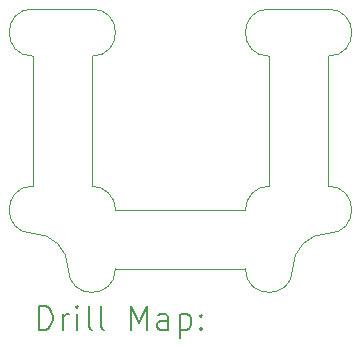
<source format=gbr>
%FSLAX45Y45*%
G04 Gerber Fmt 4.5, Leading zero omitted, Abs format (unit mm)*
G04 Created by KiCad (PCBNEW 6.0.1-79c1e3a40b~116~ubuntu20.04.1) date 2022-01-30 13:40:52*
%MOMM*%
%LPD*%
G01*
G04 APERTURE LIST*
%TA.AperFunction,Profile*%
%ADD10C,0.100000*%
%TD*%
%ADD11C,0.200000*%
G04 APERTURE END LIST*
D10*
X14500000Y-8700000D02*
G75*
G03*
X14500000Y-8300000I0J200000D01*
G01*
X14000000Y-8300000D02*
G75*
G03*
X14000000Y-8700000I0J-200000D01*
G01*
X14500000Y-10200000D02*
G75*
G03*
X14200000Y-10500000I0J-300000D01*
G01*
X13800000Y-10500000D02*
G75*
G03*
X14200000Y-10500000I200000J0D01*
G01*
X14500000Y-10200000D02*
G75*
G03*
X14500000Y-9800000I0J200000D01*
G01*
X14000000Y-9800000D02*
G75*
G03*
X13800000Y-10000000I0J-200000D01*
G01*
X12700000Y-10000000D02*
G75*
G03*
X12500000Y-9800000I-200000J0D01*
G01*
X12300000Y-10500000D02*
G75*
G03*
X12000000Y-10200000I-300000J0D01*
G01*
X12300000Y-10500000D02*
G75*
G03*
X12700000Y-10500000I200000J0D01*
G01*
X12000000Y-9800000D02*
G75*
G03*
X12000000Y-10200000I0J-200000D01*
G01*
X12500000Y-8700000D02*
G75*
G03*
X12500000Y-8300000I0J200000D01*
G01*
X12000000Y-8300000D02*
G75*
G03*
X12000000Y-8700000I0J-200000D01*
G01*
X12700000Y-10000000D02*
X13800000Y-10000000D01*
X12500000Y-8700000D02*
X12500000Y-9800000D01*
X14000000Y-8700000D02*
X14000000Y-9800000D01*
X14500000Y-8700000D02*
X14500000Y-9800000D01*
X12700000Y-10500000D02*
X13800000Y-10500000D01*
X12000000Y-8700000D02*
X12000000Y-9800000D01*
X14000000Y-8300000D02*
X14500000Y-8300000D01*
X12000000Y-8300000D02*
X12500000Y-8300000D01*
D11*
X12052619Y-11015476D02*
X12052619Y-10815476D01*
X12100238Y-10815476D01*
X12128809Y-10825000D01*
X12147857Y-10844048D01*
X12157381Y-10863095D01*
X12166905Y-10901190D01*
X12166905Y-10929762D01*
X12157381Y-10967857D01*
X12147857Y-10986905D01*
X12128809Y-11005952D01*
X12100238Y-11015476D01*
X12052619Y-11015476D01*
X12252619Y-11015476D02*
X12252619Y-10882143D01*
X12252619Y-10920238D02*
X12262143Y-10901190D01*
X12271667Y-10891667D01*
X12290714Y-10882143D01*
X12309762Y-10882143D01*
X12376428Y-11015476D02*
X12376428Y-10882143D01*
X12376428Y-10815476D02*
X12366905Y-10825000D01*
X12376428Y-10834524D01*
X12385952Y-10825000D01*
X12376428Y-10815476D01*
X12376428Y-10834524D01*
X12500238Y-11015476D02*
X12481190Y-11005952D01*
X12471667Y-10986905D01*
X12471667Y-10815476D01*
X12605000Y-11015476D02*
X12585952Y-11005952D01*
X12576428Y-10986905D01*
X12576428Y-10815476D01*
X12833571Y-11015476D02*
X12833571Y-10815476D01*
X12900238Y-10958333D01*
X12966905Y-10815476D01*
X12966905Y-11015476D01*
X13147857Y-11015476D02*
X13147857Y-10910714D01*
X13138333Y-10891667D01*
X13119286Y-10882143D01*
X13081190Y-10882143D01*
X13062143Y-10891667D01*
X13147857Y-11005952D02*
X13128809Y-11015476D01*
X13081190Y-11015476D01*
X13062143Y-11005952D01*
X13052619Y-10986905D01*
X13052619Y-10967857D01*
X13062143Y-10948810D01*
X13081190Y-10939286D01*
X13128809Y-10939286D01*
X13147857Y-10929762D01*
X13243095Y-10882143D02*
X13243095Y-11082143D01*
X13243095Y-10891667D02*
X13262143Y-10882143D01*
X13300238Y-10882143D01*
X13319286Y-10891667D01*
X13328809Y-10901190D01*
X13338333Y-10920238D01*
X13338333Y-10977381D01*
X13328809Y-10996429D01*
X13319286Y-11005952D01*
X13300238Y-11015476D01*
X13262143Y-11015476D01*
X13243095Y-11005952D01*
X13424048Y-10996429D02*
X13433571Y-11005952D01*
X13424048Y-11015476D01*
X13414524Y-11005952D01*
X13424048Y-10996429D01*
X13424048Y-11015476D01*
X13424048Y-10891667D02*
X13433571Y-10901190D01*
X13424048Y-10910714D01*
X13414524Y-10901190D01*
X13424048Y-10891667D01*
X13424048Y-10910714D01*
M02*

</source>
